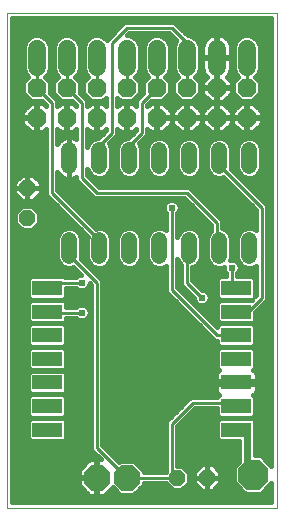
<source format=gtl>
G75*
%MOIN*%
%OFA0B0*%
%FSLAX25Y25*%
%IPPOS*%
%LPD*%
%AMOC8*
5,1,8,0,0,1.08239X$1,22.5*
%
%ADD10C,0.00000*%
%ADD11R,0.10000X0.05000*%
%ADD12C,0.05200*%
%ADD13OC8,0.10000*%
%ADD14OC8,0.05200*%
%ADD15C,0.06000*%
%ADD16OC8,0.06300*%
%ADD17OC8,0.08500*%
%ADD18C,0.01000*%
%ADD19C,0.02400*%
%ADD20C,0.02400*%
%ADD21C,0.01600*%
D10*
X0006777Y0001800D02*
X0006777Y0166800D01*
X0096777Y0166800D01*
X0096777Y0001800D01*
X0006777Y0001800D01*
D11*
X0020281Y0027784D03*
X0020281Y0035658D03*
X0020281Y0043532D03*
X0020281Y0051406D03*
X0020281Y0059280D03*
X0020281Y0067154D03*
X0020281Y0075028D03*
X0083273Y0075028D03*
X0083273Y0067154D03*
X0083273Y0059280D03*
X0083273Y0051406D03*
X0083273Y0043532D03*
X0083273Y0035658D03*
X0083273Y0027784D03*
D12*
X0087564Y0085775D02*
X0087564Y0090975D01*
X0077564Y0090975D02*
X0077564Y0085775D01*
X0067564Y0085775D02*
X0067564Y0090975D01*
X0057564Y0090975D02*
X0057564Y0085775D01*
X0047564Y0085775D02*
X0047564Y0090975D01*
X0037564Y0090975D02*
X0037564Y0085775D01*
X0027564Y0085775D02*
X0027564Y0090975D01*
X0027564Y0115775D02*
X0027564Y0120975D01*
X0037564Y0120975D02*
X0037564Y0115775D01*
X0047564Y0115775D02*
X0047564Y0120975D01*
X0057564Y0120975D02*
X0057564Y0115775D01*
X0067564Y0115775D02*
X0067564Y0120975D01*
X0077564Y0120975D02*
X0077564Y0115775D01*
X0087564Y0115775D02*
X0087564Y0120975D01*
D13*
X0088903Y0012824D03*
D14*
X0073588Y0011800D03*
X0063588Y0011800D03*
X0013667Y0098375D03*
X0013667Y0108375D03*
D15*
X0016777Y0148800D02*
X0016777Y0154800D01*
X0026777Y0154800D02*
X0026777Y0148800D01*
X0036777Y0148800D02*
X0036777Y0154800D01*
X0046777Y0154800D02*
X0046777Y0148800D01*
X0056777Y0148800D02*
X0056777Y0154800D01*
X0066777Y0154800D02*
X0066777Y0148800D01*
X0076777Y0148800D02*
X0076777Y0154800D01*
X0086777Y0154800D02*
X0086777Y0148800D01*
D16*
X0086777Y0141800D03*
X0086777Y0131800D03*
X0076777Y0131800D03*
X0076777Y0141800D03*
X0066777Y0141800D03*
X0066777Y0131800D03*
X0056777Y0131800D03*
X0056777Y0141800D03*
X0046777Y0141800D03*
X0046777Y0131800D03*
X0036777Y0131800D03*
X0036777Y0141800D03*
X0026777Y0141800D03*
X0026777Y0131800D03*
X0016777Y0131800D03*
X0016777Y0141800D03*
D17*
X0036777Y0011800D03*
X0046777Y0011800D03*
D18*
X0036777Y0021800D01*
X0036777Y0076800D01*
X0026777Y0086800D01*
X0027564Y0088375D01*
X0031777Y0076800D02*
X0021777Y0076800D01*
X0020281Y0075028D01*
X0020281Y0067154D02*
X0021777Y0066800D01*
X0031777Y0066800D01*
X0037564Y0088375D02*
X0036777Y0091800D01*
X0021777Y0106800D01*
X0021777Y0136800D01*
X0016777Y0141800D01*
X0016777Y0151800D01*
X0026777Y0151800D02*
X0026777Y0141800D01*
X0031777Y0136800D01*
X0031777Y0111800D01*
X0036777Y0106800D01*
X0066777Y0106800D01*
X0076777Y0096800D01*
X0076777Y0086800D01*
X0077564Y0088375D01*
X0081777Y0081800D02*
X0081777Y0076800D01*
X0083273Y0075028D01*
X0083273Y0067154D02*
X0086777Y0066800D01*
X0091777Y0071800D01*
X0091777Y0101800D01*
X0076777Y0116800D01*
X0077564Y0118375D01*
X0061777Y0101800D02*
X0061777Y0074490D01*
X0076987Y0059280D01*
X0083273Y0059280D01*
X0071777Y0071800D02*
X0066777Y0076800D01*
X0066777Y0086800D01*
X0067564Y0088375D01*
X0047564Y0118375D02*
X0046777Y0121800D01*
X0051777Y0126800D01*
X0051777Y0136800D01*
X0056777Y0141800D01*
X0056777Y0151800D01*
X0066777Y0156800D02*
X0061777Y0161800D01*
X0046777Y0161800D01*
X0041777Y0156800D01*
X0041777Y0126800D01*
X0036777Y0121800D01*
X0037564Y0118375D01*
X0036777Y0141800D02*
X0036777Y0151800D01*
X0046777Y0151800D02*
X0046777Y0141800D01*
X0066777Y0141800D02*
X0066777Y0151800D01*
X0066777Y0156800D01*
X0086777Y0151800D02*
X0086777Y0141800D01*
X0086777Y0036800D02*
X0083273Y0035658D01*
X0081777Y0036800D01*
X0068848Y0036800D01*
X0061777Y0029729D01*
X0061777Y0011800D01*
X0063588Y0011800D01*
X0061777Y0011800D02*
X0046777Y0011800D01*
X0083273Y0027784D02*
X0086777Y0026603D01*
X0086777Y0016800D02*
X0088903Y0012824D01*
D19*
X0071777Y0071800D03*
X0081777Y0081800D03*
X0061777Y0101800D03*
X0031777Y0076800D03*
X0031777Y0066800D03*
D20*
X0086777Y0026603D02*
X0086777Y0016800D01*
D21*
X0089377Y0019224D02*
X0089377Y0024408D01*
X0089673Y0024704D01*
X0089673Y0030864D01*
X0088853Y0031684D01*
X0077693Y0031684D01*
X0076873Y0030864D01*
X0076873Y0024704D01*
X0077693Y0023884D01*
X0084177Y0023884D01*
X0084177Y0017149D01*
X0082503Y0015475D01*
X0082503Y0010173D01*
X0086252Y0006424D01*
X0091554Y0006424D01*
X0094977Y0009847D01*
X0094977Y0003600D01*
X0008577Y0003600D01*
X0008577Y0165000D01*
X0094977Y0165000D01*
X0094977Y0015801D01*
X0091554Y0019224D01*
X0089377Y0019224D01*
X0089377Y0019384D02*
X0094977Y0019384D01*
X0094977Y0020982D02*
X0089377Y0020982D01*
X0089377Y0022581D02*
X0094977Y0022581D01*
X0094977Y0024179D02*
X0089377Y0024179D01*
X0089673Y0025778D02*
X0094977Y0025778D01*
X0094977Y0027376D02*
X0089673Y0027376D01*
X0089673Y0028975D02*
X0094977Y0028975D01*
X0094977Y0030573D02*
X0089673Y0030573D01*
X0088853Y0031758D02*
X0089673Y0032578D01*
X0089673Y0038738D01*
X0089024Y0039387D01*
X0089378Y0039592D01*
X0089713Y0039927D01*
X0089950Y0040338D01*
X0090073Y0040795D01*
X0090073Y0043082D01*
X0083723Y0043082D01*
X0083723Y0043982D01*
X0090073Y0043982D01*
X0090073Y0046269D01*
X0089950Y0046727D01*
X0089713Y0047137D01*
X0089378Y0047473D01*
X0089024Y0047677D01*
X0089673Y0048326D01*
X0089673Y0054486D01*
X0088853Y0055306D01*
X0077693Y0055306D01*
X0076873Y0054486D01*
X0076873Y0048326D01*
X0077522Y0047677D01*
X0077168Y0047473D01*
X0076833Y0047137D01*
X0076596Y0046727D01*
X0076473Y0046269D01*
X0076473Y0043982D01*
X0082823Y0043982D01*
X0082823Y0043082D01*
X0076473Y0043082D01*
X0076473Y0040795D01*
X0076596Y0040338D01*
X0076833Y0039927D01*
X0077168Y0039592D01*
X0077522Y0039387D01*
X0076873Y0038738D01*
X0076873Y0038700D01*
X0068061Y0038700D01*
X0066948Y0037587D01*
X0059877Y0030516D01*
X0059877Y0013746D01*
X0059831Y0013700D01*
X0052427Y0013700D01*
X0052427Y0014140D01*
X0049117Y0017450D01*
X0044437Y0017450D01*
X0044125Y0017139D01*
X0038677Y0022587D01*
X0038677Y0077587D01*
X0031482Y0084781D01*
X0031564Y0084979D01*
X0031564Y0091770D01*
X0030955Y0093241D01*
X0029830Y0094366D01*
X0028360Y0094975D01*
X0026769Y0094975D01*
X0025298Y0094366D01*
X0024173Y0093241D01*
X0023564Y0091770D01*
X0023564Y0084979D01*
X0024173Y0083509D01*
X0025298Y0082384D01*
X0026769Y0081775D01*
X0028360Y0081775D01*
X0028894Y0081996D01*
X0031490Y0079400D01*
X0031260Y0079400D01*
X0030304Y0079004D01*
X0030000Y0078700D01*
X0026089Y0078700D01*
X0025861Y0078928D01*
X0014701Y0078928D01*
X0013881Y0078108D01*
X0013881Y0071948D01*
X0014701Y0071128D01*
X0025861Y0071128D01*
X0026681Y0071948D01*
X0026681Y0074900D01*
X0030000Y0074900D01*
X0030304Y0074596D01*
X0031260Y0074200D01*
X0032294Y0074200D01*
X0033250Y0074596D01*
X0033981Y0075327D01*
X0034377Y0076283D01*
X0034377Y0076513D01*
X0034877Y0076013D01*
X0034877Y0021013D01*
X0035990Y0019900D01*
X0038040Y0017850D01*
X0036977Y0017850D01*
X0036977Y0012000D01*
X0036577Y0012000D01*
X0036577Y0017850D01*
X0034271Y0017850D01*
X0030727Y0014306D01*
X0030727Y0012000D01*
X0036577Y0012000D01*
X0036577Y0011600D01*
X0036977Y0011600D01*
X0036977Y0005750D01*
X0039283Y0005750D01*
X0042060Y0008527D01*
X0044437Y0006150D01*
X0049117Y0006150D01*
X0052427Y0009460D01*
X0052427Y0009900D01*
X0059831Y0009900D01*
X0061931Y0007800D01*
X0065245Y0007800D01*
X0067588Y0010143D01*
X0067588Y0013457D01*
X0065245Y0015800D01*
X0063677Y0015800D01*
X0063677Y0028942D01*
X0069635Y0034900D01*
X0076873Y0034900D01*
X0076873Y0032578D01*
X0077693Y0031758D01*
X0088853Y0031758D01*
X0089266Y0032172D02*
X0094977Y0032172D01*
X0094977Y0033770D02*
X0089673Y0033770D01*
X0089673Y0035369D02*
X0094977Y0035369D01*
X0094977Y0036967D02*
X0089673Y0036967D01*
X0089673Y0038566D02*
X0094977Y0038566D01*
X0094977Y0040164D02*
X0089850Y0040164D01*
X0090073Y0041763D02*
X0094977Y0041763D01*
X0094977Y0043361D02*
X0083723Y0043361D01*
X0082823Y0043361D02*
X0038677Y0043361D01*
X0038677Y0041763D02*
X0076473Y0041763D01*
X0076696Y0040164D02*
X0038677Y0040164D01*
X0038677Y0038566D02*
X0067927Y0038566D01*
X0066328Y0036967D02*
X0038677Y0036967D01*
X0038677Y0035369D02*
X0064730Y0035369D01*
X0063131Y0033770D02*
X0038677Y0033770D01*
X0038677Y0032172D02*
X0061533Y0032172D01*
X0059934Y0030573D02*
X0038677Y0030573D01*
X0038677Y0028975D02*
X0059877Y0028975D01*
X0059877Y0027376D02*
X0038677Y0027376D01*
X0038677Y0025778D02*
X0059877Y0025778D01*
X0059877Y0024179D02*
X0038677Y0024179D01*
X0038683Y0022581D02*
X0059877Y0022581D01*
X0059877Y0020982D02*
X0040282Y0020982D01*
X0041880Y0019384D02*
X0059877Y0019384D01*
X0059877Y0017785D02*
X0043479Y0017785D01*
X0036977Y0017785D02*
X0036577Y0017785D01*
X0036577Y0016187D02*
X0036977Y0016187D01*
X0036977Y0014588D02*
X0036577Y0014588D01*
X0036577Y0012990D02*
X0036977Y0012990D01*
X0036577Y0011600D02*
X0030727Y0011600D01*
X0030727Y0009294D01*
X0034271Y0005750D01*
X0036577Y0005750D01*
X0036577Y0011600D01*
X0036577Y0011391D02*
X0036977Y0011391D01*
X0036977Y0009793D02*
X0036577Y0009793D01*
X0036577Y0008194D02*
X0036977Y0008194D01*
X0036977Y0006596D02*
X0036577Y0006596D01*
X0033425Y0006596D02*
X0008577Y0006596D01*
X0008577Y0008194D02*
X0031827Y0008194D01*
X0030727Y0009793D02*
X0008577Y0009793D01*
X0008577Y0011391D02*
X0030727Y0011391D01*
X0030727Y0012990D02*
X0008577Y0012990D01*
X0008577Y0014588D02*
X0031009Y0014588D01*
X0032608Y0016187D02*
X0008577Y0016187D01*
X0008577Y0017785D02*
X0034206Y0017785D01*
X0036506Y0019384D02*
X0008577Y0019384D01*
X0008577Y0020982D02*
X0034908Y0020982D01*
X0034877Y0022581D02*
X0008577Y0022581D01*
X0008577Y0024179D02*
X0014406Y0024179D01*
X0014701Y0023884D02*
X0025861Y0023884D01*
X0026681Y0024704D01*
X0026681Y0030864D01*
X0025861Y0031684D01*
X0014701Y0031684D01*
X0013881Y0030864D01*
X0013881Y0024704D01*
X0014701Y0023884D01*
X0013881Y0025778D02*
X0008577Y0025778D01*
X0008577Y0027376D02*
X0013881Y0027376D01*
X0013881Y0028975D02*
X0008577Y0028975D01*
X0008577Y0030573D02*
X0013881Y0030573D01*
X0014701Y0031758D02*
X0013881Y0032578D01*
X0013881Y0038738D01*
X0014701Y0039558D01*
X0025861Y0039558D01*
X0026681Y0038738D01*
X0026681Y0032578D01*
X0025861Y0031758D01*
X0014701Y0031758D01*
X0014287Y0032172D02*
X0008577Y0032172D01*
X0008577Y0033770D02*
X0013881Y0033770D01*
X0013881Y0035369D02*
X0008577Y0035369D01*
X0008577Y0036967D02*
X0013881Y0036967D01*
X0013881Y0038566D02*
X0008577Y0038566D01*
X0008577Y0040164D02*
X0014169Y0040164D01*
X0013881Y0040452D02*
X0014701Y0039632D01*
X0025861Y0039632D01*
X0026681Y0040452D01*
X0026681Y0046612D01*
X0025861Y0047432D01*
X0014701Y0047432D01*
X0013881Y0046612D01*
X0013881Y0040452D01*
X0013881Y0041763D02*
X0008577Y0041763D01*
X0008577Y0043361D02*
X0013881Y0043361D01*
X0013881Y0044960D02*
X0008577Y0044960D01*
X0008577Y0046558D02*
X0013881Y0046558D01*
X0014701Y0047506D02*
X0013881Y0048326D01*
X0013881Y0054486D01*
X0014701Y0055306D01*
X0025861Y0055306D01*
X0026681Y0054486D01*
X0026681Y0048326D01*
X0025861Y0047506D01*
X0014701Y0047506D01*
X0014050Y0048157D02*
X0008577Y0048157D01*
X0008577Y0049755D02*
X0013881Y0049755D01*
X0013881Y0051354D02*
X0008577Y0051354D01*
X0008577Y0052952D02*
X0013881Y0052952D01*
X0013946Y0054551D02*
X0008577Y0054551D01*
X0008577Y0056149D02*
X0013932Y0056149D01*
X0013881Y0056200D02*
X0014701Y0055380D01*
X0025861Y0055380D01*
X0026681Y0056200D01*
X0026681Y0062360D01*
X0025861Y0063180D01*
X0014701Y0063180D01*
X0013881Y0062360D01*
X0013881Y0056200D01*
X0013881Y0057748D02*
X0008577Y0057748D01*
X0008577Y0059346D02*
X0013881Y0059346D01*
X0013881Y0060945D02*
X0008577Y0060945D01*
X0008577Y0062543D02*
X0014064Y0062543D01*
X0014701Y0063254D02*
X0013881Y0064074D01*
X0013881Y0070234D01*
X0014701Y0071054D01*
X0025861Y0071054D01*
X0026681Y0070234D01*
X0026681Y0068700D01*
X0030000Y0068700D01*
X0030304Y0069004D01*
X0031260Y0069400D01*
X0032294Y0069400D01*
X0033250Y0069004D01*
X0033981Y0068273D01*
X0034377Y0067317D01*
X0034377Y0066283D01*
X0033981Y0065327D01*
X0033250Y0064596D01*
X0032294Y0064200D01*
X0031260Y0064200D01*
X0030304Y0064596D01*
X0030000Y0064900D01*
X0026681Y0064900D01*
X0026681Y0064074D01*
X0025861Y0063254D01*
X0014701Y0063254D01*
X0013881Y0064142D02*
X0008577Y0064142D01*
X0008577Y0065740D02*
X0013881Y0065740D01*
X0013881Y0067339D02*
X0008577Y0067339D01*
X0008577Y0068937D02*
X0013881Y0068937D01*
X0014183Y0070536D02*
X0008577Y0070536D01*
X0008577Y0072134D02*
X0013881Y0072134D01*
X0013881Y0073733D02*
X0008577Y0073733D01*
X0008577Y0075332D02*
X0013881Y0075332D01*
X0013881Y0076930D02*
X0008577Y0076930D01*
X0008577Y0078529D02*
X0014301Y0078529D01*
X0008577Y0080127D02*
X0030763Y0080127D01*
X0029164Y0081726D02*
X0008577Y0081726D01*
X0008577Y0083324D02*
X0024358Y0083324D01*
X0023588Y0084923D02*
X0008577Y0084923D01*
X0008577Y0086521D02*
X0023564Y0086521D01*
X0023564Y0088120D02*
X0008577Y0088120D01*
X0008577Y0089718D02*
X0023564Y0089718D01*
X0023564Y0091317D02*
X0008577Y0091317D01*
X0008577Y0092915D02*
X0024038Y0092915D01*
X0025655Y0094514D02*
X0015462Y0094514D01*
X0015323Y0094375D02*
X0017667Y0096718D01*
X0017667Y0100032D01*
X0015323Y0102375D01*
X0012010Y0102375D01*
X0009667Y0100032D01*
X0009667Y0096718D01*
X0012010Y0094375D01*
X0015323Y0094375D01*
X0017061Y0096112D02*
X0029778Y0096112D01*
X0029473Y0094514D02*
X0031376Y0094514D01*
X0031090Y0092915D02*
X0032975Y0092915D01*
X0033727Y0092163D02*
X0033564Y0091770D01*
X0033564Y0084979D01*
X0034173Y0083509D01*
X0035298Y0082384D01*
X0036769Y0081775D01*
X0038360Y0081775D01*
X0039830Y0082384D01*
X0040955Y0083509D01*
X0041564Y0084979D01*
X0041564Y0091770D01*
X0040955Y0093241D01*
X0039830Y0094366D01*
X0038360Y0094975D01*
X0036769Y0094975D01*
X0036430Y0094834D01*
X0023677Y0107587D01*
X0023677Y0113712D01*
X0023801Y0113469D01*
X0024208Y0112908D01*
X0024698Y0112419D01*
X0025258Y0112012D01*
X0025875Y0111697D01*
X0026534Y0111483D01*
X0027218Y0111375D01*
X0027564Y0111375D01*
X0027564Y0118375D01*
X0027564Y0125375D01*
X0027218Y0125375D01*
X0026534Y0125266D01*
X0025875Y0125052D01*
X0025258Y0124738D01*
X0024698Y0124331D01*
X0024208Y0123841D01*
X0023801Y0123281D01*
X0023677Y0123037D01*
X0023677Y0127900D01*
X0024727Y0126850D01*
X0026677Y0126850D01*
X0026677Y0131700D01*
X0026877Y0131700D01*
X0026877Y0126850D01*
X0028827Y0126850D01*
X0029877Y0127900D01*
X0029877Y0124733D01*
X0029870Y0124738D01*
X0029253Y0125052D01*
X0028595Y0125266D01*
X0027911Y0125375D01*
X0027564Y0125375D01*
X0027564Y0118375D01*
X0027564Y0118375D01*
X0027564Y0118375D01*
X0027564Y0111375D01*
X0027911Y0111375D01*
X0028595Y0111483D01*
X0029253Y0111697D01*
X0029870Y0112012D01*
X0029877Y0112016D01*
X0029877Y0111013D01*
X0034877Y0106013D01*
X0035990Y0104900D01*
X0065990Y0104900D01*
X0074877Y0096013D01*
X0074877Y0093944D01*
X0074173Y0093241D01*
X0073564Y0091770D01*
X0073564Y0084979D01*
X0074173Y0083509D01*
X0075298Y0082384D01*
X0076769Y0081775D01*
X0078360Y0081775D01*
X0079177Y0082113D01*
X0079177Y0081283D01*
X0079573Y0080327D01*
X0079877Y0080023D01*
X0079877Y0078928D01*
X0077693Y0078928D01*
X0076873Y0078108D01*
X0076873Y0071948D01*
X0077693Y0071128D01*
X0088418Y0071128D01*
X0088344Y0071054D01*
X0077693Y0071054D01*
X0076873Y0070234D01*
X0076873Y0064074D01*
X0077693Y0063254D01*
X0088853Y0063254D01*
X0089673Y0064074D01*
X0089673Y0067009D01*
X0092564Y0069900D01*
X0093677Y0071013D01*
X0093677Y0102587D01*
X0081482Y0114781D01*
X0081564Y0114979D01*
X0081564Y0121770D01*
X0080955Y0123241D01*
X0079830Y0124366D01*
X0078360Y0124975D01*
X0076769Y0124975D01*
X0075298Y0124366D01*
X0074173Y0123241D01*
X0073564Y0121770D01*
X0073564Y0114979D01*
X0074173Y0113509D01*
X0075298Y0112384D01*
X0076769Y0111775D01*
X0078360Y0111775D01*
X0078894Y0111996D01*
X0089877Y0101013D01*
X0089877Y0094319D01*
X0089830Y0094366D01*
X0088360Y0094975D01*
X0086769Y0094975D01*
X0085298Y0094366D01*
X0084173Y0093241D01*
X0083564Y0091770D01*
X0083564Y0084979D01*
X0084173Y0083509D01*
X0085298Y0082384D01*
X0086769Y0081775D01*
X0088360Y0081775D01*
X0089830Y0082384D01*
X0089877Y0082431D01*
X0089877Y0072587D01*
X0089673Y0072383D01*
X0089673Y0078108D01*
X0088853Y0078928D01*
X0083677Y0078928D01*
X0083677Y0080023D01*
X0083981Y0080327D01*
X0084377Y0081283D01*
X0084377Y0082317D01*
X0083981Y0083273D01*
X0083250Y0084004D01*
X0082294Y0084400D01*
X0081324Y0084400D01*
X0081564Y0084979D01*
X0081564Y0091770D01*
X0080955Y0093241D01*
X0079830Y0094366D01*
X0078677Y0094844D01*
X0078677Y0097587D01*
X0068677Y0107587D01*
X0067564Y0108700D01*
X0037564Y0108700D01*
X0033677Y0112587D01*
X0033677Y0114707D01*
X0034173Y0113509D01*
X0035298Y0112384D01*
X0036769Y0111775D01*
X0038360Y0111775D01*
X0039830Y0112384D01*
X0040955Y0113509D01*
X0041564Y0114979D01*
X0041564Y0121770D01*
X0040955Y0123241D01*
X0040930Y0123266D01*
X0042564Y0124900D01*
X0043677Y0126013D01*
X0043677Y0127900D01*
X0044727Y0126850D01*
X0046677Y0126850D01*
X0046677Y0131700D01*
X0046877Y0131700D01*
X0046877Y0126850D01*
X0048827Y0126850D01*
X0049877Y0127900D01*
X0049877Y0127587D01*
X0047265Y0124975D01*
X0046769Y0124975D01*
X0045298Y0124366D01*
X0044173Y0123241D01*
X0043564Y0121770D01*
X0043564Y0114979D01*
X0044173Y0113509D01*
X0045298Y0112384D01*
X0046769Y0111775D01*
X0048360Y0111775D01*
X0049830Y0112384D01*
X0050955Y0113509D01*
X0051564Y0114979D01*
X0051564Y0121770D01*
X0050955Y0123241D01*
X0050930Y0123266D01*
X0052564Y0124900D01*
X0053677Y0126013D01*
X0053677Y0127900D01*
X0054727Y0126850D01*
X0056677Y0126850D01*
X0056677Y0131700D01*
X0056877Y0131700D01*
X0056877Y0131900D01*
X0061727Y0131900D01*
X0061727Y0133850D01*
X0058827Y0136750D01*
X0056877Y0136750D01*
X0056877Y0131900D01*
X0056677Y0131900D01*
X0056677Y0136750D01*
X0054727Y0136750D01*
X0053677Y0135700D01*
X0053677Y0136013D01*
X0054914Y0137250D01*
X0058662Y0137250D01*
X0061327Y0139915D01*
X0061327Y0143685D01*
X0059605Y0145406D01*
X0060507Y0146308D01*
X0061177Y0147925D01*
X0061177Y0155675D01*
X0060507Y0157292D01*
X0059269Y0158530D01*
X0057652Y0159200D01*
X0055902Y0159200D01*
X0054284Y0158530D01*
X0053047Y0157292D01*
X0052377Y0155675D01*
X0052377Y0147925D01*
X0053047Y0146308D01*
X0053948Y0145406D01*
X0052227Y0143685D01*
X0052227Y0139937D01*
X0049877Y0137587D01*
X0049877Y0135700D01*
X0048827Y0136750D01*
X0046877Y0136750D01*
X0046877Y0131900D01*
X0046677Y0131900D01*
X0046677Y0136750D01*
X0044727Y0136750D01*
X0043677Y0135700D01*
X0043677Y0138465D01*
X0044892Y0137250D01*
X0048662Y0137250D01*
X0051327Y0139915D01*
X0051327Y0143685D01*
X0049605Y0145406D01*
X0050507Y0146308D01*
X0051177Y0147925D01*
X0051177Y0155675D01*
X0050507Y0157292D01*
X0049269Y0158530D01*
X0047652Y0159200D01*
X0046864Y0159200D01*
X0047564Y0159900D01*
X0060990Y0159900D01*
X0063322Y0157568D01*
X0063047Y0157292D01*
X0062377Y0155675D01*
X0062377Y0147925D01*
X0063047Y0146308D01*
X0063948Y0145406D01*
X0062227Y0143685D01*
X0062227Y0139915D01*
X0064892Y0137250D01*
X0068662Y0137250D01*
X0071327Y0139915D01*
X0071327Y0143685D01*
X0069605Y0145406D01*
X0070507Y0146308D01*
X0071177Y0147925D01*
X0071177Y0155675D01*
X0070507Y0157292D01*
X0069269Y0158530D01*
X0067652Y0159200D01*
X0067064Y0159200D01*
X0063677Y0162587D01*
X0062564Y0163700D01*
X0045990Y0163700D01*
X0044877Y0162587D01*
X0040045Y0157755D01*
X0039269Y0158530D01*
X0037652Y0159200D01*
X0035902Y0159200D01*
X0034284Y0158530D01*
X0033047Y0157292D01*
X0032377Y0155675D01*
X0032377Y0147925D01*
X0033047Y0146308D01*
X0033948Y0145406D01*
X0032227Y0143685D01*
X0032227Y0139915D01*
X0034892Y0137250D01*
X0038662Y0137250D01*
X0039877Y0138465D01*
X0039877Y0135700D01*
X0038827Y0136750D01*
X0036877Y0136750D01*
X0036877Y0131900D01*
X0036677Y0131900D01*
X0036677Y0136750D01*
X0034727Y0136750D01*
X0033677Y0135700D01*
X0033677Y0137587D01*
X0031327Y0139937D01*
X0031327Y0143685D01*
X0029605Y0145406D01*
X0030507Y0146308D01*
X0031177Y0147925D01*
X0031177Y0155675D01*
X0030507Y0157292D01*
X0029269Y0158530D01*
X0027652Y0159200D01*
X0025902Y0159200D01*
X0024284Y0158530D01*
X0023047Y0157292D01*
X0022377Y0155675D01*
X0022377Y0147925D01*
X0023047Y0146308D01*
X0023948Y0145406D01*
X0022227Y0143685D01*
X0022227Y0139915D01*
X0024892Y0137250D01*
X0028640Y0137250D01*
X0029877Y0136013D01*
X0029877Y0135700D01*
X0028827Y0136750D01*
X0026877Y0136750D01*
X0026877Y0131900D01*
X0026677Y0131900D01*
X0026677Y0136750D01*
X0024727Y0136750D01*
X0023677Y0135700D01*
X0023677Y0137587D01*
X0021327Y0139937D01*
X0021327Y0143685D01*
X0019605Y0145406D01*
X0020507Y0146308D01*
X0021177Y0147925D01*
X0021177Y0155675D01*
X0020507Y0157292D01*
X0019269Y0158530D01*
X0017652Y0159200D01*
X0015902Y0159200D01*
X0014284Y0158530D01*
X0013047Y0157292D01*
X0012377Y0155675D01*
X0012377Y0147925D01*
X0013047Y0146308D01*
X0013948Y0145406D01*
X0012227Y0143685D01*
X0012227Y0139915D01*
X0014892Y0137250D01*
X0018640Y0137250D01*
X0019877Y0136013D01*
X0019877Y0135700D01*
X0018827Y0136750D01*
X0016877Y0136750D01*
X0016877Y0131900D01*
X0016677Y0131900D01*
X0016677Y0136750D01*
X0014727Y0136750D01*
X0011827Y0133850D01*
X0011827Y0131900D01*
X0016677Y0131900D01*
X0016677Y0131700D01*
X0016877Y0131700D01*
X0016877Y0126850D01*
X0018827Y0126850D01*
X0019877Y0127900D01*
X0019877Y0106013D01*
X0020990Y0104900D01*
X0033727Y0092163D01*
X0033564Y0091317D02*
X0031564Y0091317D01*
X0031564Y0089718D02*
X0033564Y0089718D01*
X0033564Y0088120D02*
X0031564Y0088120D01*
X0031564Y0086521D02*
X0033564Y0086521D01*
X0033588Y0084923D02*
X0031541Y0084923D01*
X0032940Y0083324D02*
X0034358Y0083324D01*
X0034538Y0081726D02*
X0059877Y0081726D01*
X0059830Y0082384D02*
X0059877Y0082431D01*
X0059877Y0073703D01*
X0075087Y0058493D01*
X0076200Y0057380D01*
X0076873Y0057380D01*
X0076873Y0056200D01*
X0077693Y0055380D01*
X0088853Y0055380D01*
X0089673Y0056200D01*
X0089673Y0062360D01*
X0088853Y0063180D01*
X0077693Y0063180D01*
X0076873Y0062360D01*
X0076873Y0062081D01*
X0063677Y0075277D01*
X0063677Y0084707D01*
X0064173Y0083509D01*
X0064877Y0082805D01*
X0064877Y0076013D01*
X0065990Y0074900D01*
X0069177Y0071713D01*
X0069177Y0071283D01*
X0069573Y0070327D01*
X0070304Y0069596D01*
X0071260Y0069200D01*
X0072294Y0069200D01*
X0073250Y0069596D01*
X0073981Y0070327D01*
X0074377Y0071283D01*
X0074377Y0072317D01*
X0073981Y0073273D01*
X0073250Y0074004D01*
X0072294Y0074400D01*
X0071864Y0074400D01*
X0068677Y0077587D01*
X0068677Y0081906D01*
X0069830Y0082384D01*
X0070955Y0083509D01*
X0071564Y0084979D01*
X0071564Y0091770D01*
X0070955Y0093241D01*
X0069830Y0094366D01*
X0068360Y0094975D01*
X0066769Y0094975D01*
X0065298Y0094366D01*
X0064173Y0093241D01*
X0063677Y0092042D01*
X0063677Y0100023D01*
X0063981Y0100327D01*
X0064377Y0101283D01*
X0064377Y0102317D01*
X0063981Y0103273D01*
X0063250Y0104004D01*
X0062294Y0104400D01*
X0061260Y0104400D01*
X0060304Y0104004D01*
X0059573Y0103273D01*
X0059177Y0102317D01*
X0059177Y0101283D01*
X0059573Y0100327D01*
X0059877Y0100023D01*
X0059877Y0094319D01*
X0059830Y0094366D01*
X0058360Y0094975D01*
X0056769Y0094975D01*
X0055298Y0094366D01*
X0054173Y0093241D01*
X0053564Y0091770D01*
X0053564Y0084979D01*
X0054173Y0083509D01*
X0055298Y0082384D01*
X0056769Y0081775D01*
X0058360Y0081775D01*
X0059830Y0082384D01*
X0059877Y0080127D02*
X0036137Y0080127D01*
X0037735Y0078529D02*
X0059877Y0078529D01*
X0059877Y0076930D02*
X0038677Y0076930D01*
X0038677Y0075332D02*
X0059877Y0075332D01*
X0059877Y0073733D02*
X0038677Y0073733D01*
X0038677Y0072134D02*
X0061446Y0072134D01*
X0063044Y0070536D02*
X0038677Y0070536D01*
X0038677Y0068937D02*
X0064643Y0068937D01*
X0066241Y0067339D02*
X0038677Y0067339D01*
X0038677Y0065740D02*
X0067840Y0065740D01*
X0069438Y0064142D02*
X0038677Y0064142D01*
X0038677Y0062543D02*
X0071037Y0062543D01*
X0072635Y0060945D02*
X0038677Y0060945D01*
X0038677Y0059346D02*
X0074234Y0059346D01*
X0075832Y0057748D02*
X0038677Y0057748D01*
X0038677Y0056149D02*
X0076924Y0056149D01*
X0076938Y0054551D02*
X0038677Y0054551D01*
X0038677Y0052952D02*
X0076873Y0052952D01*
X0076873Y0051354D02*
X0038677Y0051354D01*
X0038677Y0049755D02*
X0076873Y0049755D01*
X0077043Y0048157D02*
X0038677Y0048157D01*
X0038677Y0046558D02*
X0076550Y0046558D01*
X0076473Y0044960D02*
X0038677Y0044960D01*
X0034877Y0044960D02*
X0026681Y0044960D01*
X0026681Y0046558D02*
X0034877Y0046558D01*
X0034877Y0048157D02*
X0026511Y0048157D01*
X0026681Y0049755D02*
X0034877Y0049755D01*
X0034877Y0051354D02*
X0026681Y0051354D01*
X0026681Y0052952D02*
X0034877Y0052952D01*
X0034877Y0054551D02*
X0026616Y0054551D01*
X0026630Y0056149D02*
X0034877Y0056149D01*
X0034877Y0057748D02*
X0026681Y0057748D01*
X0026681Y0059346D02*
X0034877Y0059346D01*
X0034877Y0060945D02*
X0026681Y0060945D01*
X0026498Y0062543D02*
X0034877Y0062543D01*
X0034877Y0064142D02*
X0026681Y0064142D01*
X0026681Y0068937D02*
X0030237Y0068937D01*
X0033316Y0068937D02*
X0034877Y0068937D01*
X0034877Y0067339D02*
X0034368Y0067339D01*
X0034152Y0065740D02*
X0034877Y0065740D01*
X0034877Y0070536D02*
X0026379Y0070536D01*
X0026681Y0072134D02*
X0034877Y0072134D01*
X0034877Y0073733D02*
X0026681Y0073733D01*
X0033983Y0075332D02*
X0034877Y0075332D01*
X0040770Y0083324D02*
X0044358Y0083324D01*
X0044173Y0083509D02*
X0045298Y0082384D01*
X0046769Y0081775D01*
X0048360Y0081775D01*
X0049830Y0082384D01*
X0050955Y0083509D01*
X0051564Y0084979D01*
X0051564Y0091770D01*
X0050955Y0093241D01*
X0049830Y0094366D01*
X0048360Y0094975D01*
X0046769Y0094975D01*
X0045298Y0094366D01*
X0044173Y0093241D01*
X0043564Y0091770D01*
X0043564Y0084979D01*
X0044173Y0083509D01*
X0043588Y0084923D02*
X0041541Y0084923D01*
X0041564Y0086521D02*
X0043564Y0086521D01*
X0043564Y0088120D02*
X0041564Y0088120D01*
X0041564Y0089718D02*
X0043564Y0089718D01*
X0043564Y0091317D02*
X0041564Y0091317D01*
X0041090Y0092915D02*
X0044038Y0092915D01*
X0045655Y0094514D02*
X0039473Y0094514D01*
X0035152Y0096112D02*
X0059877Y0096112D01*
X0059877Y0094514D02*
X0059473Y0094514D01*
X0059877Y0097711D02*
X0033553Y0097711D01*
X0031955Y0099309D02*
X0059877Y0099309D01*
X0059332Y0100908D02*
X0030356Y0100908D01*
X0028758Y0102506D02*
X0059255Y0102506D01*
X0060547Y0104105D02*
X0027159Y0104105D01*
X0025561Y0105703D02*
X0035187Y0105703D01*
X0033588Y0107302D02*
X0023962Y0107302D01*
X0023677Y0108900D02*
X0031990Y0108900D01*
X0030391Y0110499D02*
X0023677Y0110499D01*
X0023677Y0112097D02*
X0025140Y0112097D01*
X0023685Y0113696D02*
X0023677Y0113696D01*
X0019877Y0113696D02*
X0008577Y0113696D01*
X0008577Y0115294D02*
X0019877Y0115294D01*
X0019877Y0116893D02*
X0008577Y0116893D01*
X0008577Y0118491D02*
X0019877Y0118491D01*
X0019877Y0120090D02*
X0008577Y0120090D01*
X0008577Y0121688D02*
X0019877Y0121688D01*
X0019877Y0123287D02*
X0008577Y0123287D01*
X0008577Y0124885D02*
X0019877Y0124885D01*
X0019877Y0126484D02*
X0008577Y0126484D01*
X0008577Y0128082D02*
X0013494Y0128082D01*
X0014727Y0126850D02*
X0016677Y0126850D01*
X0016677Y0131700D01*
X0011827Y0131700D01*
X0011827Y0129750D01*
X0014727Y0126850D01*
X0016677Y0128082D02*
X0016877Y0128082D01*
X0016877Y0129681D02*
X0016677Y0129681D01*
X0016677Y0131279D02*
X0016877Y0131279D01*
X0016877Y0132878D02*
X0016677Y0132878D01*
X0016677Y0134476D02*
X0016877Y0134476D01*
X0016877Y0136075D02*
X0016677Y0136075D01*
X0014469Y0137673D02*
X0008577Y0137673D01*
X0008577Y0136075D02*
X0014052Y0136075D01*
X0012453Y0134476D02*
X0008577Y0134476D01*
X0008577Y0132878D02*
X0011827Y0132878D01*
X0011827Y0131279D02*
X0008577Y0131279D01*
X0008577Y0129681D02*
X0011896Y0129681D01*
X0012870Y0139272D02*
X0008577Y0139272D01*
X0008577Y0140870D02*
X0012227Y0140870D01*
X0012227Y0142469D02*
X0008577Y0142469D01*
X0008577Y0144068D02*
X0012610Y0144068D01*
X0013688Y0145666D02*
X0008577Y0145666D01*
X0008577Y0147265D02*
X0012650Y0147265D01*
X0012377Y0148863D02*
X0008577Y0148863D01*
X0008577Y0150462D02*
X0012377Y0150462D01*
X0012377Y0152060D02*
X0008577Y0152060D01*
X0008577Y0153659D02*
X0012377Y0153659D01*
X0012377Y0155257D02*
X0008577Y0155257D01*
X0008577Y0156856D02*
X0012866Y0156856D01*
X0014208Y0158454D02*
X0008577Y0158454D01*
X0008577Y0160053D02*
X0042343Y0160053D01*
X0040744Y0158454D02*
X0039345Y0158454D01*
X0034208Y0158454D02*
X0029345Y0158454D01*
X0030688Y0156856D02*
X0032866Y0156856D01*
X0032377Y0155257D02*
X0031177Y0155257D01*
X0031177Y0153659D02*
X0032377Y0153659D01*
X0032377Y0152060D02*
X0031177Y0152060D01*
X0031177Y0150462D02*
X0032377Y0150462D01*
X0032377Y0148863D02*
X0031177Y0148863D01*
X0030903Y0147265D02*
X0032650Y0147265D01*
X0033688Y0145666D02*
X0029865Y0145666D01*
X0030944Y0144068D02*
X0032610Y0144068D01*
X0032227Y0142469D02*
X0031327Y0142469D01*
X0031327Y0140870D02*
X0032227Y0140870D01*
X0031992Y0139272D02*
X0032870Y0139272D01*
X0033590Y0137673D02*
X0034469Y0137673D01*
X0034052Y0136075D02*
X0033677Y0136075D01*
X0036677Y0136075D02*
X0036877Y0136075D01*
X0036877Y0134476D02*
X0036677Y0134476D01*
X0036677Y0132878D02*
X0036877Y0132878D01*
X0036877Y0131700D02*
X0036877Y0126850D01*
X0038827Y0126850D01*
X0039877Y0127900D01*
X0039877Y0127587D01*
X0037265Y0124975D01*
X0036769Y0124975D01*
X0035298Y0124366D01*
X0034173Y0123241D01*
X0033677Y0122042D01*
X0033677Y0127900D01*
X0034727Y0126850D01*
X0036677Y0126850D01*
X0036677Y0131700D01*
X0036877Y0131700D01*
X0036877Y0131279D02*
X0036677Y0131279D01*
X0036677Y0129681D02*
X0036877Y0129681D01*
X0036877Y0128082D02*
X0036677Y0128082D01*
X0036553Y0124885D02*
X0033677Y0124885D01*
X0033677Y0123287D02*
X0034220Y0123287D01*
X0033677Y0126484D02*
X0038774Y0126484D01*
X0040951Y0123287D02*
X0044220Y0123287D01*
X0043564Y0121688D02*
X0041564Y0121688D01*
X0041564Y0120090D02*
X0043564Y0120090D01*
X0043564Y0118491D02*
X0041564Y0118491D01*
X0041564Y0116893D02*
X0043564Y0116893D01*
X0043564Y0115294D02*
X0041564Y0115294D01*
X0041033Y0113696D02*
X0044096Y0113696D01*
X0045990Y0112097D02*
X0039138Y0112097D01*
X0037364Y0108900D02*
X0081990Y0108900D01*
X0080391Y0110499D02*
X0035765Y0110499D01*
X0035990Y0112097D02*
X0034167Y0112097D01*
X0034096Y0113696D02*
X0033677Y0113696D01*
X0027564Y0113696D02*
X0027564Y0113696D01*
X0027564Y0115294D02*
X0027564Y0115294D01*
X0027564Y0116893D02*
X0027564Y0116893D01*
X0027564Y0118491D02*
X0027564Y0118491D01*
X0027564Y0120090D02*
X0027564Y0120090D01*
X0027564Y0121688D02*
X0027564Y0121688D01*
X0027564Y0123287D02*
X0027564Y0123287D01*
X0027564Y0124885D02*
X0027564Y0124885D01*
X0026877Y0128082D02*
X0026677Y0128082D01*
X0026677Y0129681D02*
X0026877Y0129681D01*
X0026877Y0131279D02*
X0026677Y0131279D01*
X0026677Y0132878D02*
X0026877Y0132878D01*
X0026877Y0134476D02*
X0026677Y0134476D01*
X0026677Y0136075D02*
X0026877Y0136075D01*
X0029502Y0136075D02*
X0029815Y0136075D01*
X0024469Y0137673D02*
X0023590Y0137673D01*
X0023677Y0136075D02*
X0024052Y0136075D01*
X0022870Y0139272D02*
X0021992Y0139272D01*
X0022227Y0140870D02*
X0021327Y0140870D01*
X0021327Y0142469D02*
X0022227Y0142469D01*
X0022610Y0144068D02*
X0020944Y0144068D01*
X0019865Y0145666D02*
X0023688Y0145666D01*
X0022650Y0147265D02*
X0020903Y0147265D01*
X0021177Y0148863D02*
X0022377Y0148863D01*
X0022377Y0150462D02*
X0021177Y0150462D01*
X0021177Y0152060D02*
X0022377Y0152060D01*
X0022377Y0153659D02*
X0021177Y0153659D01*
X0021177Y0155257D02*
X0022377Y0155257D01*
X0022866Y0156856D02*
X0020688Y0156856D01*
X0019345Y0158454D02*
X0024208Y0158454D01*
X0019815Y0136075D02*
X0019502Y0136075D01*
X0023677Y0126484D02*
X0029877Y0126484D01*
X0029877Y0124885D02*
X0029581Y0124885D01*
X0025547Y0124885D02*
X0023677Y0124885D01*
X0023677Y0123287D02*
X0023805Y0123287D01*
X0027564Y0112097D02*
X0027564Y0112097D01*
X0021785Y0104105D02*
X0015619Y0104105D01*
X0015489Y0103975D02*
X0018067Y0106552D01*
X0018067Y0108375D01*
X0018067Y0110197D01*
X0015489Y0112775D01*
X0013667Y0112775D01*
X0013667Y0108375D01*
X0018067Y0108375D01*
X0013667Y0108375D01*
X0013667Y0108375D01*
X0013667Y0108375D01*
X0013667Y0112775D01*
X0011844Y0112775D01*
X0009267Y0110197D01*
X0009267Y0108375D01*
X0013667Y0108375D01*
X0013667Y0103975D01*
X0015489Y0103975D01*
X0017218Y0105703D02*
X0020187Y0105703D01*
X0019877Y0107302D02*
X0018067Y0107302D01*
X0018067Y0108900D02*
X0019877Y0108900D01*
X0019877Y0110499D02*
X0017765Y0110499D01*
X0016167Y0112097D02*
X0019877Y0112097D01*
X0013667Y0112097D02*
X0013667Y0112097D01*
X0013667Y0110499D02*
X0013667Y0110499D01*
X0013667Y0108900D02*
X0013667Y0108900D01*
X0013667Y0108375D02*
X0013667Y0108375D01*
X0013667Y0108375D01*
X0013667Y0103975D01*
X0011844Y0103975D01*
X0009267Y0106552D01*
X0009267Y0108375D01*
X0013667Y0108375D01*
X0013667Y0107302D02*
X0013667Y0107302D01*
X0013667Y0105703D02*
X0013667Y0105703D01*
X0013667Y0104105D02*
X0013667Y0104105D01*
X0011714Y0104105D02*
X0008577Y0104105D01*
X0008577Y0105703D02*
X0010116Y0105703D01*
X0009267Y0107302D02*
X0008577Y0107302D01*
X0008577Y0108900D02*
X0009267Y0108900D01*
X0009568Y0110499D02*
X0008577Y0110499D01*
X0008577Y0112097D02*
X0011167Y0112097D01*
X0008577Y0102506D02*
X0023384Y0102506D01*
X0024982Y0100908D02*
X0016791Y0100908D01*
X0017667Y0099309D02*
X0026581Y0099309D01*
X0028179Y0097711D02*
X0017667Y0097711D01*
X0011871Y0094514D02*
X0008577Y0094514D01*
X0008577Y0096112D02*
X0010272Y0096112D01*
X0009667Y0097711D02*
X0008577Y0097711D01*
X0008577Y0099309D02*
X0009667Y0099309D01*
X0010543Y0100908D02*
X0008577Y0100908D01*
X0039085Y0137673D02*
X0039877Y0137673D01*
X0039877Y0136075D02*
X0039502Y0136075D01*
X0043677Y0136075D02*
X0044052Y0136075D01*
X0043677Y0137673D02*
X0044469Y0137673D01*
X0046677Y0136075D02*
X0046877Y0136075D01*
X0046877Y0134476D02*
X0046677Y0134476D01*
X0046677Y0132878D02*
X0046877Y0132878D01*
X0046877Y0131279D02*
X0046677Y0131279D01*
X0046677Y0129681D02*
X0046877Y0129681D01*
X0046877Y0128082D02*
X0046677Y0128082D01*
X0046553Y0124885D02*
X0042549Y0124885D01*
X0043677Y0126484D02*
X0048774Y0126484D01*
X0050951Y0123287D02*
X0054220Y0123287D01*
X0054173Y0123241D02*
X0053564Y0121770D01*
X0053564Y0114979D01*
X0054173Y0113509D01*
X0055298Y0112384D01*
X0056769Y0111775D01*
X0058360Y0111775D01*
X0059830Y0112384D01*
X0060955Y0113509D01*
X0061564Y0114979D01*
X0061564Y0121770D01*
X0060955Y0123241D01*
X0059830Y0124366D01*
X0058360Y0124975D01*
X0056769Y0124975D01*
X0055298Y0124366D01*
X0054173Y0123241D01*
X0053564Y0121688D02*
X0051564Y0121688D01*
X0051564Y0120090D02*
X0053564Y0120090D01*
X0053564Y0118491D02*
X0051564Y0118491D01*
X0051564Y0116893D02*
X0053564Y0116893D01*
X0053564Y0115294D02*
X0051564Y0115294D01*
X0051033Y0113696D02*
X0054096Y0113696D01*
X0055990Y0112097D02*
X0049138Y0112097D01*
X0052549Y0124885D02*
X0056553Y0124885D01*
X0056877Y0126850D02*
X0058827Y0126850D01*
X0061727Y0129750D01*
X0061727Y0131700D01*
X0056877Y0131700D01*
X0056877Y0126850D01*
X0056877Y0128082D02*
X0056677Y0128082D01*
X0056677Y0129681D02*
X0056877Y0129681D01*
X0056877Y0131279D02*
X0056677Y0131279D01*
X0056677Y0132878D02*
X0056877Y0132878D01*
X0056877Y0134476D02*
X0056677Y0134476D01*
X0056677Y0136075D02*
X0056877Y0136075D01*
X0059085Y0137673D02*
X0064469Y0137673D01*
X0064727Y0136750D02*
X0061827Y0133850D01*
X0061827Y0131900D01*
X0066677Y0131900D01*
X0066677Y0136750D01*
X0064727Y0136750D01*
X0064052Y0136075D02*
X0059502Y0136075D01*
X0061101Y0134476D02*
X0062453Y0134476D01*
X0061827Y0132878D02*
X0061727Y0132878D01*
X0061827Y0131700D02*
X0061827Y0129750D01*
X0064727Y0126850D01*
X0066677Y0126850D01*
X0066677Y0131700D01*
X0066877Y0131700D01*
X0066877Y0131900D01*
X0071727Y0131900D01*
X0071727Y0133850D01*
X0068827Y0136750D01*
X0066877Y0136750D01*
X0066877Y0131900D01*
X0066677Y0131900D01*
X0066677Y0131700D01*
X0061827Y0131700D01*
X0061827Y0131279D02*
X0061727Y0131279D01*
X0061658Y0129681D02*
X0061896Y0129681D01*
X0063494Y0128082D02*
X0060060Y0128082D01*
X0058576Y0124885D02*
X0066553Y0124885D01*
X0066769Y0124975D02*
X0065298Y0124366D01*
X0064173Y0123241D01*
X0063564Y0121770D01*
X0063564Y0114979D01*
X0064173Y0113509D01*
X0065298Y0112384D01*
X0066769Y0111775D01*
X0068360Y0111775D01*
X0069830Y0112384D01*
X0070955Y0113509D01*
X0071564Y0114979D01*
X0071564Y0121770D01*
X0070955Y0123241D01*
X0069830Y0124366D01*
X0068360Y0124975D01*
X0066769Y0124975D01*
X0066877Y0126850D02*
X0068827Y0126850D01*
X0071727Y0129750D01*
X0071727Y0131700D01*
X0066877Y0131700D01*
X0066877Y0126850D01*
X0066877Y0128082D02*
X0066677Y0128082D01*
X0066677Y0129681D02*
X0066877Y0129681D01*
X0066877Y0131279D02*
X0066677Y0131279D01*
X0066677Y0132878D02*
X0066877Y0132878D01*
X0066877Y0134476D02*
X0066677Y0134476D01*
X0066677Y0136075D02*
X0066877Y0136075D01*
X0069502Y0136075D02*
X0074052Y0136075D01*
X0074727Y0136750D02*
X0071827Y0133850D01*
X0071827Y0131900D01*
X0076677Y0131900D01*
X0076677Y0136750D01*
X0074727Y0136750D01*
X0074727Y0136850D02*
X0071827Y0139750D01*
X0071827Y0141700D01*
X0076677Y0141700D01*
X0076877Y0141700D01*
X0076877Y0141900D01*
X0081727Y0141900D01*
X0081727Y0143850D01*
X0080171Y0145406D01*
X0080438Y0145673D01*
X0080882Y0146284D01*
X0081225Y0146957D01*
X0081459Y0147676D01*
X0081577Y0148422D01*
X0081577Y0151600D01*
X0076977Y0151600D01*
X0076977Y0152000D01*
X0081577Y0152000D01*
X0081577Y0155178D01*
X0081459Y0155924D01*
X0081225Y0156643D01*
X0080882Y0157316D01*
X0080438Y0157927D01*
X0079904Y0158461D01*
X0079293Y0158905D01*
X0078619Y0159248D01*
X0077901Y0159482D01*
X0077155Y0159600D01*
X0076977Y0159600D01*
X0076977Y0152000D01*
X0076577Y0152000D01*
X0076577Y0159600D01*
X0076399Y0159600D01*
X0075653Y0159482D01*
X0074934Y0159248D01*
X0074261Y0158905D01*
X0073650Y0158461D01*
X0073116Y0157927D01*
X0072672Y0157316D01*
X0072329Y0156643D01*
X0072095Y0155924D01*
X0071977Y0155178D01*
X0071977Y0152000D01*
X0076577Y0152000D01*
X0076577Y0151600D01*
X0076977Y0151600D01*
X0076977Y0146750D01*
X0076877Y0146750D01*
X0076877Y0141900D01*
X0076677Y0141900D01*
X0076677Y0146750D01*
X0076577Y0146750D01*
X0076577Y0151600D01*
X0071977Y0151600D01*
X0071977Y0148422D01*
X0072095Y0147676D01*
X0072329Y0146957D01*
X0072672Y0146284D01*
X0073116Y0145673D01*
X0073383Y0145406D01*
X0071827Y0143850D01*
X0071827Y0141900D01*
X0076677Y0141900D01*
X0076677Y0141700D01*
X0076677Y0136850D01*
X0074727Y0136850D01*
X0073903Y0137673D02*
X0069085Y0137673D01*
X0070684Y0139272D02*
X0072305Y0139272D01*
X0071827Y0140870D02*
X0071327Y0140870D01*
X0071327Y0142469D02*
X0071827Y0142469D01*
X0072044Y0144068D02*
X0070944Y0144068D01*
X0069865Y0145666D02*
X0073123Y0145666D01*
X0072229Y0147265D02*
X0070903Y0147265D01*
X0071177Y0148863D02*
X0071977Y0148863D01*
X0071977Y0150462D02*
X0071177Y0150462D01*
X0071177Y0152060D02*
X0071977Y0152060D01*
X0071977Y0153659D02*
X0071177Y0153659D01*
X0071177Y0155257D02*
X0071989Y0155257D01*
X0072437Y0156856D02*
X0070688Y0156856D01*
X0069345Y0158454D02*
X0073643Y0158454D01*
X0076577Y0158454D02*
X0076977Y0158454D01*
X0076977Y0156856D02*
X0076577Y0156856D01*
X0076577Y0155257D02*
X0076977Y0155257D01*
X0076977Y0153659D02*
X0076577Y0153659D01*
X0076577Y0152060D02*
X0076977Y0152060D01*
X0076977Y0150462D02*
X0076577Y0150462D01*
X0076577Y0148863D02*
X0076977Y0148863D01*
X0076977Y0147265D02*
X0076577Y0147265D01*
X0076677Y0145666D02*
X0076877Y0145666D01*
X0076877Y0144068D02*
X0076677Y0144068D01*
X0076677Y0142469D02*
X0076877Y0142469D01*
X0076877Y0141700D02*
X0081727Y0141700D01*
X0081727Y0139750D01*
X0078827Y0136850D01*
X0076877Y0136850D01*
X0076877Y0141700D01*
X0076877Y0140870D02*
X0076677Y0140870D01*
X0076677Y0139272D02*
X0076877Y0139272D01*
X0076877Y0137673D02*
X0076677Y0137673D01*
X0076877Y0136750D02*
X0078827Y0136750D01*
X0081727Y0133850D01*
X0081727Y0131900D01*
X0076877Y0131900D01*
X0076877Y0131700D01*
X0081727Y0131700D01*
X0081727Y0129750D01*
X0078827Y0126850D01*
X0076877Y0126850D01*
X0076877Y0131700D01*
X0076677Y0131700D01*
X0076677Y0126850D01*
X0074727Y0126850D01*
X0071827Y0129750D01*
X0071827Y0131700D01*
X0076677Y0131700D01*
X0076677Y0131900D01*
X0076877Y0131900D01*
X0076877Y0136750D01*
X0076877Y0136075D02*
X0076677Y0136075D01*
X0076677Y0134476D02*
X0076877Y0134476D01*
X0076877Y0132878D02*
X0076677Y0132878D01*
X0076677Y0131279D02*
X0076877Y0131279D01*
X0076877Y0129681D02*
X0076677Y0129681D01*
X0076677Y0128082D02*
X0076877Y0128082D01*
X0076553Y0124885D02*
X0068576Y0124885D01*
X0070909Y0123287D02*
X0074220Y0123287D01*
X0073564Y0121688D02*
X0071564Y0121688D01*
X0071564Y0120090D02*
X0073564Y0120090D01*
X0073564Y0118491D02*
X0071564Y0118491D01*
X0071564Y0116893D02*
X0073564Y0116893D01*
X0073564Y0115294D02*
X0071564Y0115294D01*
X0071033Y0113696D02*
X0074096Y0113696D01*
X0075990Y0112097D02*
X0069138Y0112097D01*
X0065990Y0112097D02*
X0059138Y0112097D01*
X0061033Y0113696D02*
X0064096Y0113696D01*
X0063564Y0115294D02*
X0061564Y0115294D01*
X0061564Y0116893D02*
X0063564Y0116893D01*
X0063564Y0118491D02*
X0061564Y0118491D01*
X0061564Y0120090D02*
X0063564Y0120090D01*
X0063564Y0121688D02*
X0061564Y0121688D01*
X0060909Y0123287D02*
X0064220Y0123287D01*
X0070060Y0128082D02*
X0073494Y0128082D01*
X0071896Y0129681D02*
X0071658Y0129681D01*
X0071727Y0131279D02*
X0071827Y0131279D01*
X0071827Y0132878D02*
X0071727Y0132878D01*
X0071101Y0134476D02*
X0072453Y0134476D01*
X0078576Y0124885D02*
X0086553Y0124885D01*
X0086769Y0124975D02*
X0085298Y0124366D01*
X0084173Y0123241D01*
X0083564Y0121770D01*
X0083564Y0114979D01*
X0084173Y0113509D01*
X0085298Y0112384D01*
X0086769Y0111775D01*
X0088360Y0111775D01*
X0089830Y0112384D01*
X0090955Y0113509D01*
X0091564Y0114979D01*
X0091564Y0121770D01*
X0090955Y0123241D01*
X0089830Y0124366D01*
X0088360Y0124975D01*
X0086769Y0124975D01*
X0088576Y0124885D02*
X0094977Y0124885D01*
X0094977Y0123287D02*
X0090909Y0123287D01*
X0091564Y0121688D02*
X0094977Y0121688D01*
X0094977Y0120090D02*
X0091564Y0120090D01*
X0091564Y0118491D02*
X0094977Y0118491D01*
X0094977Y0116893D02*
X0091564Y0116893D01*
X0091564Y0115294D02*
X0094977Y0115294D01*
X0094977Y0113696D02*
X0091033Y0113696D01*
X0089138Y0112097D02*
X0094977Y0112097D01*
X0094977Y0110499D02*
X0085765Y0110499D01*
X0085990Y0112097D02*
X0084167Y0112097D01*
X0084096Y0113696D02*
X0082568Y0113696D01*
X0083564Y0115294D02*
X0081564Y0115294D01*
X0081564Y0116893D02*
X0083564Y0116893D01*
X0083564Y0118491D02*
X0081564Y0118491D01*
X0081564Y0120090D02*
X0083564Y0120090D01*
X0083564Y0121688D02*
X0081564Y0121688D01*
X0080909Y0123287D02*
X0084220Y0123287D01*
X0084727Y0126850D02*
X0086677Y0126850D01*
X0086677Y0131700D01*
X0086877Y0131700D01*
X0086877Y0131900D01*
X0091727Y0131900D01*
X0091727Y0133850D01*
X0088827Y0136750D01*
X0086877Y0136750D01*
X0086877Y0131900D01*
X0086677Y0131900D01*
X0086677Y0136750D01*
X0084727Y0136750D01*
X0081827Y0133850D01*
X0081827Y0131900D01*
X0086677Y0131900D01*
X0086677Y0131700D01*
X0081827Y0131700D01*
X0081827Y0129750D01*
X0084727Y0126850D01*
X0083494Y0128082D02*
X0080060Y0128082D01*
X0081658Y0129681D02*
X0081896Y0129681D01*
X0081827Y0131279D02*
X0081727Y0131279D01*
X0081727Y0132878D02*
X0081827Y0132878D01*
X0082453Y0134476D02*
X0081101Y0134476D01*
X0079502Y0136075D02*
X0084052Y0136075D01*
X0084892Y0137250D02*
X0088662Y0137250D01*
X0091327Y0139915D01*
X0091327Y0143685D01*
X0089605Y0145406D01*
X0090507Y0146308D01*
X0091177Y0147925D01*
X0091177Y0155675D01*
X0090507Y0157292D01*
X0089269Y0158530D01*
X0087652Y0159200D01*
X0085902Y0159200D01*
X0084284Y0158530D01*
X0083047Y0157292D01*
X0082377Y0155675D01*
X0082377Y0147925D01*
X0083047Y0146308D01*
X0083948Y0145406D01*
X0082227Y0143685D01*
X0082227Y0139915D01*
X0084892Y0137250D01*
X0084469Y0137673D02*
X0079651Y0137673D01*
X0081249Y0139272D02*
X0082870Y0139272D01*
X0082227Y0140870D02*
X0081727Y0140870D01*
X0081727Y0142469D02*
X0082227Y0142469D01*
X0082610Y0144068D02*
X0081510Y0144068D01*
X0080431Y0145666D02*
X0083688Y0145666D01*
X0082650Y0147265D02*
X0081325Y0147265D01*
X0081577Y0148863D02*
X0082377Y0148863D01*
X0082377Y0150462D02*
X0081577Y0150462D01*
X0081577Y0152060D02*
X0082377Y0152060D01*
X0082377Y0153659D02*
X0081577Y0153659D01*
X0081564Y0155257D02*
X0082377Y0155257D01*
X0082866Y0156856D02*
X0081117Y0156856D01*
X0079911Y0158454D02*
X0084208Y0158454D01*
X0089345Y0158454D02*
X0094977Y0158454D01*
X0094977Y0156856D02*
X0090688Y0156856D01*
X0091177Y0155257D02*
X0094977Y0155257D01*
X0094977Y0153659D02*
X0091177Y0153659D01*
X0091177Y0152060D02*
X0094977Y0152060D01*
X0094977Y0150462D02*
X0091177Y0150462D01*
X0091177Y0148863D02*
X0094977Y0148863D01*
X0094977Y0147265D02*
X0090903Y0147265D01*
X0089865Y0145666D02*
X0094977Y0145666D01*
X0094977Y0144068D02*
X0090944Y0144068D01*
X0091327Y0142469D02*
X0094977Y0142469D01*
X0094977Y0140870D02*
X0091327Y0140870D01*
X0090684Y0139272D02*
X0094977Y0139272D01*
X0094977Y0137673D02*
X0089085Y0137673D01*
X0089502Y0136075D02*
X0094977Y0136075D01*
X0094977Y0134476D02*
X0091101Y0134476D01*
X0091727Y0132878D02*
X0094977Y0132878D01*
X0094977Y0131279D02*
X0091727Y0131279D01*
X0091727Y0131700D02*
X0091727Y0129750D01*
X0088827Y0126850D01*
X0086877Y0126850D01*
X0086877Y0131700D01*
X0091727Y0131700D01*
X0091658Y0129681D02*
X0094977Y0129681D01*
X0094977Y0128082D02*
X0090060Y0128082D01*
X0086877Y0128082D02*
X0086677Y0128082D01*
X0086677Y0129681D02*
X0086877Y0129681D01*
X0086877Y0131279D02*
X0086677Y0131279D01*
X0086677Y0132878D02*
X0086877Y0132878D01*
X0086877Y0134476D02*
X0086677Y0134476D01*
X0086677Y0136075D02*
X0086877Y0136075D01*
X0094977Y0126484D02*
X0053677Y0126484D01*
X0053739Y0136075D02*
X0054052Y0136075D01*
X0051562Y0139272D02*
X0050684Y0139272D01*
X0051327Y0140870D02*
X0052227Y0140870D01*
X0052227Y0142469D02*
X0051327Y0142469D01*
X0050944Y0144068D02*
X0052610Y0144068D01*
X0053688Y0145666D02*
X0049865Y0145666D01*
X0050903Y0147265D02*
X0052650Y0147265D01*
X0052377Y0148863D02*
X0051177Y0148863D01*
X0051177Y0150462D02*
X0052377Y0150462D01*
X0052377Y0152060D02*
X0051177Y0152060D01*
X0051177Y0153659D02*
X0052377Y0153659D01*
X0052377Y0155257D02*
X0051177Y0155257D01*
X0050688Y0156856D02*
X0052866Y0156856D01*
X0054208Y0158454D02*
X0049345Y0158454D01*
X0045540Y0163250D02*
X0008577Y0163250D01*
X0008577Y0164848D02*
X0094977Y0164848D01*
X0094977Y0163250D02*
X0063014Y0163250D01*
X0064613Y0161651D02*
X0094977Y0161651D01*
X0094977Y0160053D02*
X0066211Y0160053D01*
X0062436Y0158454D02*
X0059345Y0158454D01*
X0060688Y0156856D02*
X0062866Y0156856D01*
X0062377Y0155257D02*
X0061177Y0155257D01*
X0061177Y0153659D02*
X0062377Y0153659D01*
X0062377Y0152060D02*
X0061177Y0152060D01*
X0061177Y0150462D02*
X0062377Y0150462D01*
X0062377Y0148863D02*
X0061177Y0148863D01*
X0060903Y0147265D02*
X0062650Y0147265D01*
X0063688Y0145666D02*
X0059865Y0145666D01*
X0060944Y0144068D02*
X0062610Y0144068D01*
X0062227Y0142469D02*
X0061327Y0142469D01*
X0061327Y0140870D02*
X0062227Y0140870D01*
X0062870Y0139272D02*
X0060684Y0139272D01*
X0049963Y0137673D02*
X0049085Y0137673D01*
X0049502Y0136075D02*
X0049877Y0136075D01*
X0043941Y0161651D02*
X0008577Y0161651D01*
X0049473Y0094514D02*
X0055655Y0094514D01*
X0054038Y0092915D02*
X0051090Y0092915D01*
X0051564Y0091317D02*
X0053564Y0091317D01*
X0053564Y0089718D02*
X0051564Y0089718D01*
X0051564Y0088120D02*
X0053564Y0088120D01*
X0053564Y0086521D02*
X0051564Y0086521D01*
X0051541Y0084923D02*
X0053588Y0084923D01*
X0054358Y0083324D02*
X0050770Y0083324D01*
X0063677Y0083324D02*
X0064358Y0083324D01*
X0064877Y0081726D02*
X0063677Y0081726D01*
X0063677Y0080127D02*
X0064877Y0080127D01*
X0064877Y0078529D02*
X0063677Y0078529D01*
X0063677Y0076930D02*
X0064877Y0076930D01*
X0065558Y0075332D02*
X0063677Y0075332D01*
X0065221Y0073733D02*
X0067157Y0073733D01*
X0066820Y0072134D02*
X0068755Y0072134D01*
X0068418Y0070536D02*
X0069486Y0070536D01*
X0070017Y0068937D02*
X0076873Y0068937D01*
X0076873Y0067339D02*
X0071615Y0067339D01*
X0073214Y0065740D02*
X0076873Y0065740D01*
X0076873Y0064142D02*
X0074812Y0064142D01*
X0076411Y0062543D02*
X0077056Y0062543D01*
X0077175Y0070536D02*
X0074068Y0070536D01*
X0074377Y0072134D02*
X0076873Y0072134D01*
X0076873Y0073733D02*
X0073521Y0073733D01*
X0070932Y0075332D02*
X0076873Y0075332D01*
X0076873Y0076930D02*
X0069334Y0076930D01*
X0068677Y0078529D02*
X0077293Y0078529D01*
X0079773Y0080127D02*
X0068677Y0080127D01*
X0068677Y0081726D02*
X0079177Y0081726D01*
X0081541Y0084923D02*
X0083588Y0084923D01*
X0083564Y0086521D02*
X0081564Y0086521D01*
X0081564Y0088120D02*
X0083564Y0088120D01*
X0083564Y0089718D02*
X0081564Y0089718D01*
X0081564Y0091317D02*
X0083564Y0091317D01*
X0084038Y0092915D02*
X0081090Y0092915D01*
X0079473Y0094514D02*
X0085655Y0094514D01*
X0089473Y0094514D02*
X0089877Y0094514D01*
X0089877Y0096112D02*
X0078677Y0096112D01*
X0078553Y0097711D02*
X0089877Y0097711D01*
X0089877Y0099309D02*
X0076955Y0099309D01*
X0075356Y0100908D02*
X0089877Y0100908D01*
X0088384Y0102506D02*
X0073758Y0102506D01*
X0072159Y0104105D02*
X0086785Y0104105D01*
X0085187Y0105703D02*
X0070561Y0105703D01*
X0068962Y0107302D02*
X0083588Y0107302D01*
X0087364Y0108900D02*
X0094977Y0108900D01*
X0094977Y0107302D02*
X0088962Y0107302D01*
X0090561Y0105703D02*
X0094977Y0105703D01*
X0094977Y0104105D02*
X0092159Y0104105D01*
X0093677Y0102506D02*
X0094977Y0102506D01*
X0094977Y0100908D02*
X0093677Y0100908D01*
X0093677Y0099309D02*
X0094977Y0099309D01*
X0094977Y0097711D02*
X0093677Y0097711D01*
X0093677Y0096112D02*
X0094977Y0096112D01*
X0094977Y0094514D02*
X0093677Y0094514D01*
X0093677Y0092915D02*
X0094977Y0092915D01*
X0094977Y0091317D02*
X0093677Y0091317D01*
X0093677Y0089718D02*
X0094977Y0089718D01*
X0094977Y0088120D02*
X0093677Y0088120D01*
X0093677Y0086521D02*
X0094977Y0086521D01*
X0094977Y0084923D02*
X0093677Y0084923D01*
X0093677Y0083324D02*
X0094977Y0083324D01*
X0094977Y0081726D02*
X0093677Y0081726D01*
X0093677Y0080127D02*
X0094977Y0080127D01*
X0094977Y0078529D02*
X0093677Y0078529D01*
X0093677Y0076930D02*
X0094977Y0076930D01*
X0094977Y0075332D02*
X0093677Y0075332D01*
X0093677Y0073733D02*
X0094977Y0073733D01*
X0094977Y0072134D02*
X0093677Y0072134D01*
X0093200Y0070536D02*
X0094977Y0070536D01*
X0094977Y0068937D02*
X0091601Y0068937D01*
X0090003Y0067339D02*
X0094977Y0067339D01*
X0094977Y0065740D02*
X0089673Y0065740D01*
X0089673Y0064142D02*
X0094977Y0064142D01*
X0094977Y0062543D02*
X0089490Y0062543D01*
X0089673Y0060945D02*
X0094977Y0060945D01*
X0094977Y0059346D02*
X0089673Y0059346D01*
X0089673Y0057748D02*
X0094977Y0057748D01*
X0094977Y0056149D02*
X0089622Y0056149D01*
X0089608Y0054551D02*
X0094977Y0054551D01*
X0094977Y0052952D02*
X0089673Y0052952D01*
X0089673Y0051354D02*
X0094977Y0051354D01*
X0094977Y0049755D02*
X0089673Y0049755D01*
X0089503Y0048157D02*
X0094977Y0048157D01*
X0094977Y0046558D02*
X0089995Y0046558D01*
X0090073Y0044960D02*
X0094977Y0044960D01*
X0084177Y0022581D02*
X0063677Y0022581D01*
X0063677Y0024179D02*
X0077398Y0024179D01*
X0076873Y0025778D02*
X0063677Y0025778D01*
X0063677Y0027376D02*
X0076873Y0027376D01*
X0076873Y0028975D02*
X0063710Y0028975D01*
X0065308Y0030573D02*
X0076873Y0030573D01*
X0077280Y0032172D02*
X0066907Y0032172D01*
X0068505Y0033770D02*
X0076873Y0033770D01*
X0084177Y0020982D02*
X0063677Y0020982D01*
X0063677Y0019384D02*
X0084177Y0019384D01*
X0084177Y0017785D02*
X0063677Y0017785D01*
X0063677Y0016187D02*
X0071752Y0016187D01*
X0071765Y0016200D02*
X0069188Y0013623D01*
X0069188Y0011800D01*
X0073588Y0011800D01*
X0077988Y0011800D01*
X0077988Y0013623D01*
X0075410Y0016200D01*
X0073588Y0016200D01*
X0073588Y0011800D01*
X0073588Y0011800D01*
X0077988Y0011800D01*
X0077988Y0009977D01*
X0075410Y0007400D01*
X0073588Y0007400D01*
X0073588Y0011800D01*
X0073588Y0011800D01*
X0073588Y0011800D01*
X0073588Y0016200D01*
X0071765Y0016200D01*
X0070153Y0014588D02*
X0066457Y0014588D01*
X0067588Y0012990D02*
X0069188Y0012990D01*
X0069188Y0011800D02*
X0069188Y0009977D01*
X0071765Y0007400D01*
X0073588Y0007400D01*
X0073588Y0011800D01*
X0069188Y0011800D01*
X0069188Y0011391D02*
X0067588Y0011391D01*
X0067237Y0009793D02*
X0069373Y0009793D01*
X0070971Y0008194D02*
X0065639Y0008194D01*
X0061537Y0008194D02*
X0051161Y0008194D01*
X0052427Y0009793D02*
X0059939Y0009793D01*
X0059877Y0014588D02*
X0051979Y0014588D01*
X0050381Y0016187D02*
X0059877Y0016187D01*
X0049563Y0006596D02*
X0086080Y0006596D01*
X0084481Y0008194D02*
X0076204Y0008194D01*
X0077803Y0009793D02*
X0082883Y0009793D01*
X0082503Y0011391D02*
X0077988Y0011391D01*
X0077988Y0012990D02*
X0082503Y0012990D01*
X0082503Y0014588D02*
X0077022Y0014588D01*
X0075424Y0016187D02*
X0083215Y0016187D01*
X0091726Y0006596D02*
X0094977Y0006596D01*
X0094977Y0008194D02*
X0093324Y0008194D01*
X0094923Y0009793D02*
X0094977Y0009793D01*
X0094977Y0004997D02*
X0008577Y0004997D01*
X0026156Y0024179D02*
X0034877Y0024179D01*
X0034877Y0025778D02*
X0026681Y0025778D01*
X0026681Y0027376D02*
X0034877Y0027376D01*
X0034877Y0028975D02*
X0026681Y0028975D01*
X0026681Y0030573D02*
X0034877Y0030573D01*
X0034877Y0032172D02*
X0026274Y0032172D01*
X0026681Y0033770D02*
X0034877Y0033770D01*
X0034877Y0035369D02*
X0026681Y0035369D01*
X0026681Y0036967D02*
X0034877Y0036967D01*
X0034877Y0038566D02*
X0026681Y0038566D01*
X0026393Y0040164D02*
X0034877Y0040164D01*
X0034877Y0041763D02*
X0026681Y0041763D01*
X0026681Y0043361D02*
X0034877Y0043361D01*
X0041727Y0008194D02*
X0042393Y0008194D01*
X0043991Y0006596D02*
X0040128Y0006596D01*
X0073588Y0008194D02*
X0073588Y0008194D01*
X0073588Y0009793D02*
X0073588Y0009793D01*
X0073588Y0011391D02*
X0073588Y0011391D01*
X0073588Y0011800D02*
X0073588Y0011800D01*
X0073588Y0012990D02*
X0073588Y0012990D01*
X0073588Y0014588D02*
X0073588Y0014588D01*
X0073588Y0016187D02*
X0073588Y0016187D01*
X0092992Y0017785D02*
X0094977Y0017785D01*
X0094977Y0016187D02*
X0094591Y0016187D01*
X0089877Y0073733D02*
X0089673Y0073733D01*
X0089673Y0075332D02*
X0089877Y0075332D01*
X0089877Y0076930D02*
X0089673Y0076930D01*
X0089877Y0078529D02*
X0089253Y0078529D01*
X0089877Y0080127D02*
X0083781Y0080127D01*
X0084377Y0081726D02*
X0089877Y0081726D01*
X0084358Y0083324D02*
X0083930Y0083324D01*
X0074877Y0094514D02*
X0069473Y0094514D01*
X0071090Y0092915D02*
X0074038Y0092915D01*
X0073564Y0091317D02*
X0071564Y0091317D01*
X0071564Y0089718D02*
X0073564Y0089718D01*
X0073564Y0088120D02*
X0071564Y0088120D01*
X0071564Y0086521D02*
X0073564Y0086521D01*
X0073588Y0084923D02*
X0071541Y0084923D01*
X0070770Y0083324D02*
X0074358Y0083324D01*
X0074778Y0096112D02*
X0063677Y0096112D01*
X0063677Y0094514D02*
X0065655Y0094514D01*
X0064038Y0092915D02*
X0063677Y0092915D01*
X0063677Y0097711D02*
X0073179Y0097711D01*
X0071581Y0099309D02*
X0063677Y0099309D01*
X0064221Y0100908D02*
X0069982Y0100908D01*
X0068384Y0102506D02*
X0064299Y0102506D01*
X0063007Y0104105D02*
X0066785Y0104105D01*
M02*

</source>
